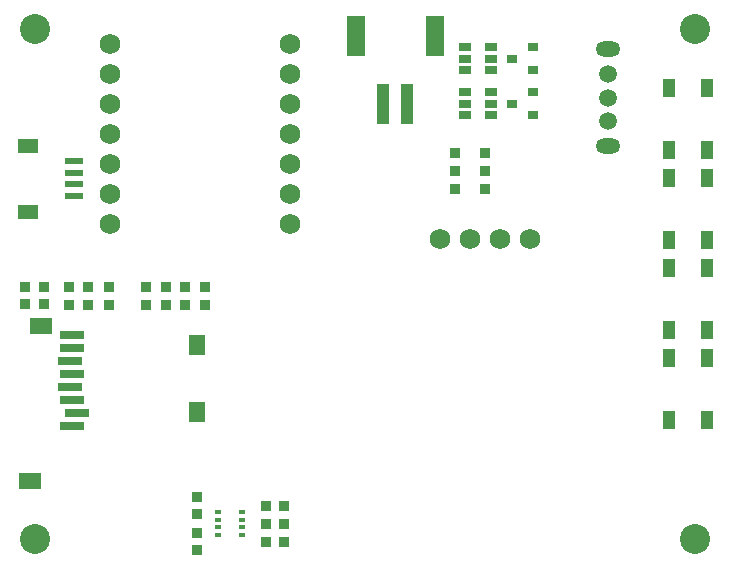
<source format=gbr>
%TF.GenerationSoftware,KiCad,Pcbnew,9.0.7*%
%TF.CreationDate,2026-02-15T10:57:45-05:00*%
%TF.ProjectId,destinationWeatherStation_v4-5,64657374-696e-4617-9469-6f6e57656174,03*%
%TF.SameCoordinates,PX6bcb370PY43d3480*%
%TF.FileFunction,Soldermask,Top*%
%TF.FilePolarity,Negative*%
%FSLAX46Y46*%
G04 Gerber Fmt 4.6, Leading zero omitted, Abs format (unit mm)*
G04 Created by KiCad (PCBNEW 9.0.7) date 2026-02-15 10:57:45*
%MOMM*%
%LPD*%
G01*
G04 APERTURE LIST*
%ADD10R,1.000000X1.550000*%
%ADD11R,0.972000X0.802000*%
%ADD12C,2.540000*%
%ADD13R,0.929000X0.820000*%
%ADD14R,0.970000X0.871000*%
%ADD15R,1.500000X3.400000*%
%ADD16R,1.000000X3.500000*%
%ADD17R,1.000000X0.700000*%
%ADD18R,2.000000X0.800000*%
%ADD19R,1.400000X1.800000*%
%ADD20R,1.900000X1.400000*%
%ADD21R,0.820000X0.929000*%
%ADD22C,1.750000*%
%ADD23R,1.800000X1.200000*%
%ADD24R,1.550000X0.600000*%
%ADD25R,0.500000X0.350000*%
%ADD26O,2.100000X1.300000*%
%ADD27C,1.500000*%
G04 APERTURE END LIST*
D10*
%TO.C,SW5*%
X60655000Y-31665000D03*
X60655000Y-36915000D03*
X57455000Y-31665000D03*
X57455000Y-36915000D03*
%TD*%
%TO.C,SW3*%
X60655000Y-16425000D03*
X60655000Y-21675000D03*
X57455000Y-16425000D03*
X57455000Y-21675000D03*
%TD*%
%TO.C,SW2*%
X60655000Y-8805000D03*
X60655000Y-14055000D03*
X57455000Y-8805000D03*
X57455000Y-14055000D03*
%TD*%
D11*
%TO.C,Q2*%
X45970000Y-7300000D03*
X45970000Y-5400000D03*
X44200000Y-6350000D03*
%TD*%
D12*
%TO.C,H1*%
X3810000Y-3810000D03*
%TD*%
D13*
%TO.C,R12*%
X41909000Y-14365000D03*
X41909000Y-15875000D03*
X41909000Y-17385000D03*
%TD*%
D14*
%TO.C,C2*%
X17526000Y-46482000D03*
X17526000Y-47982000D03*
%TD*%
D15*
%TO.C,J1*%
X37640000Y-4439000D03*
X30940000Y-4439000D03*
D16*
X35290000Y-10189000D03*
X33290000Y-10189000D03*
%TD*%
D17*
%TO.C,Q4*%
X42375000Y-7300000D03*
X42375000Y-6350000D03*
X42375000Y-5400000D03*
X40175000Y-5400000D03*
X40175000Y-6350000D03*
X40175000Y-7300000D03*
%TD*%
D18*
%TO.C,J2*%
X6943000Y-37475000D03*
X7343000Y-36375000D03*
X6943000Y-35275000D03*
X6743000Y-34175000D03*
X6943000Y-33075000D03*
X6743000Y-31975000D03*
X6943000Y-30875000D03*
X6943000Y-29775000D03*
D19*
X17493000Y-30585000D03*
X17493000Y-36285000D03*
D20*
X4343000Y-28985000D03*
X3343000Y-42135000D03*
%TD*%
D10*
%TO.C,SW4*%
X60655000Y-24045000D03*
X60655000Y-29295000D03*
X57455000Y-24045000D03*
X57455000Y-29295000D03*
%TD*%
D21*
%TO.C,R10*%
X24880000Y-47244000D03*
X23370000Y-47244000D03*
%TD*%
D13*
%TO.C,R5*%
X14859000Y-25661000D03*
X14859000Y-27171000D03*
%TD*%
D14*
%TO.C,C4*%
X4572000Y-27166000D03*
X4572000Y-25666000D03*
%TD*%
D12*
%TO.C,H4*%
X59690000Y-46990000D03*
%TD*%
D13*
%TO.C,R3*%
X8313000Y-25661000D03*
X8313000Y-27171000D03*
%TD*%
D22*
%TO.C,U1*%
X10160000Y-5080000D03*
X10160000Y-7620000D03*
X10160000Y-10160000D03*
X10160000Y-12700000D03*
X10160000Y-15240000D03*
X10160000Y-17780000D03*
X10160000Y-20320000D03*
X25400000Y-20320000D03*
X25400000Y-17780000D03*
X25400000Y-15240000D03*
X25400000Y-12700000D03*
X25400000Y-10160000D03*
X25400000Y-7620000D03*
X25400000Y-5080000D03*
%TD*%
D23*
%TO.C,J3*%
X3205000Y-13710000D03*
X3205000Y-19310000D03*
D24*
X7080000Y-15010000D03*
X7080000Y-16010000D03*
X7080000Y-17010000D03*
X7080000Y-18010000D03*
%TD*%
D13*
%TO.C,R1*%
X18161000Y-25661000D03*
X18161000Y-27171000D03*
%TD*%
D25*
%TO.C,U2*%
X21345000Y-44745000D03*
X21345000Y-45395000D03*
X21345000Y-46045000D03*
X21345000Y-46695000D03*
X19295000Y-46695000D03*
X19295000Y-46045000D03*
X19295000Y-45395000D03*
X19295000Y-44745000D03*
%TD*%
D11*
%TO.C,Q1*%
X45970000Y-11110000D03*
X45970000Y-9210000D03*
X44200000Y-10160000D03*
%TD*%
D13*
%TO.C,R2*%
X6662000Y-25661000D03*
X6662000Y-27171000D03*
%TD*%
D22*
%TO.C,U3*%
X38100000Y-21590000D03*
X40640000Y-21590000D03*
X43180000Y-21590000D03*
X45720000Y-21590000D03*
%TD*%
D21*
%TO.C,R9*%
X24890000Y-45720000D03*
X23380000Y-45720000D03*
%TD*%
D13*
%TO.C,R6*%
X13208000Y-25661000D03*
X13208000Y-27171000D03*
%TD*%
D26*
%TO.C,SW1*%
X52324000Y-13752000D03*
X52324000Y-5552000D03*
D27*
X52324000Y-11652000D03*
X52324000Y-9652000D03*
X52324000Y-7652000D03*
%TD*%
D12*
%TO.C,H3*%
X3810000Y-46990000D03*
%TD*%
D13*
%TO.C,R7*%
X16510000Y-25661000D03*
X16510000Y-27171000D03*
%TD*%
%TO.C,R11*%
X39370000Y-14365000D03*
X39370000Y-15875000D03*
X39370000Y-17385000D03*
%TD*%
D21*
%TO.C,R8*%
X24890000Y-44196000D03*
X23380000Y-44196000D03*
%TD*%
D14*
%TO.C,C1*%
X17526000Y-43446000D03*
X17526000Y-44946000D03*
%TD*%
D13*
%TO.C,R4*%
X10033000Y-25661000D03*
X10033000Y-27171000D03*
%TD*%
D14*
%TO.C,C3*%
X2921000Y-27166000D03*
X2921000Y-25666000D03*
%TD*%
D17*
%TO.C,Q3*%
X42375000Y-11110000D03*
X42375000Y-10160000D03*
X42375000Y-9210000D03*
X40175000Y-9210000D03*
X40175000Y-10160000D03*
X40175000Y-11110000D03*
%TD*%
D12*
%TO.C,H2*%
X59690000Y-3810000D03*
%TD*%
M02*

</source>
